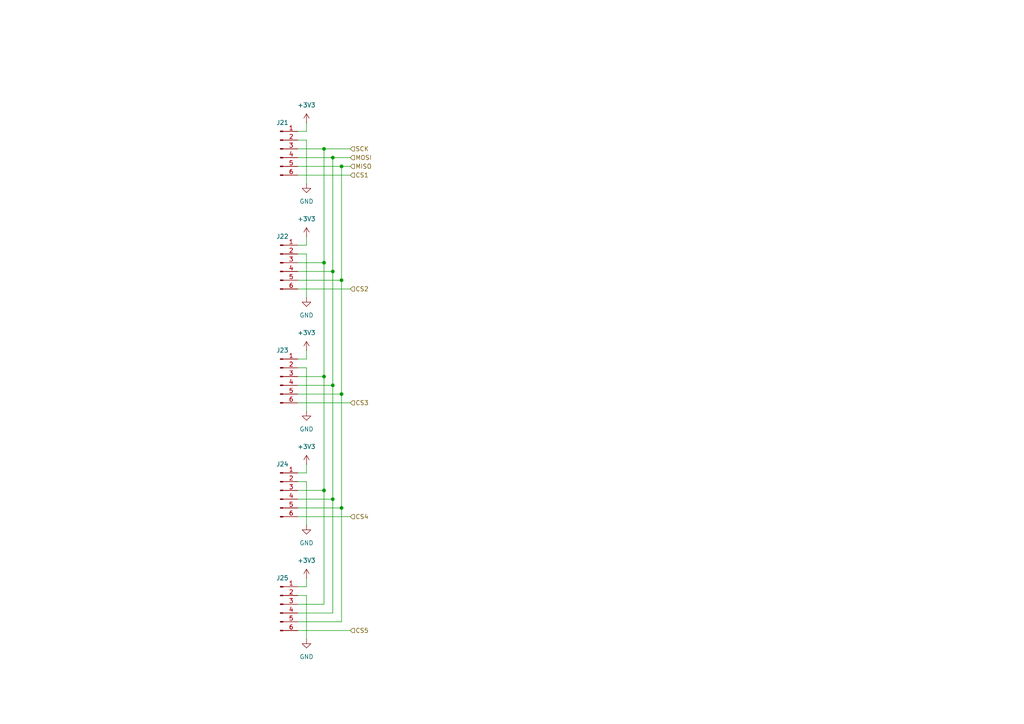
<source format=kicad_sch>
(kicad_sch (version 20231120) (generator "eeschema") (generator_version "8.0")
  (paper "A4")
  (lib_symbols
    (symbol "Connector:Conn_01x06_Pin" (pin_names (offset 1.016) hide)
      (property "Reference" "J" (at 0 7.62 0))
      (property "Value" "Conn_01x06_Pin" (at 0 -10.16 0))
      (symbol "Conn_01x06_Pin_1_1"
        (polyline (pts (xy 1.27 -7.62) (xy 0.8636 -7.62)) (stroke (width 0.1524)))
        (polyline (pts (xy 1.27 -5.08) (xy 0.8636 -5.08)) (stroke (width 0.1524)))
        (polyline (pts (xy 1.27 -2.54) (xy 0.8636 -2.54)) (stroke (width 0.1524)))
        (polyline (pts (xy 1.27 0) (xy 0.8636 0)) (stroke (width 0.1524)))
        (polyline (pts (xy 1.27 2.54) (xy 0.8636 2.54)) (stroke (width 0.1524)))
        (polyline (pts (xy 1.27 5.08) (xy 0.8636 5.08)) (stroke (width 0.1524)))
        (rectangle (start 0.8636 -7.493) (end 0 -7.747) (stroke (width 0.1524)) (fill (type outline)))
        (rectangle (start 0.8636 -4.953) (end 0 -5.207) (stroke (width 0.1524)) (fill (type outline)))
        (rectangle (start 0.8636 -2.413) (end 0 -2.667) (stroke (width 0.1524)) (fill (type outline)))
        (rectangle (start 0.8636 0.127) (end 0 -0.127) (stroke (width 0.1524)) (fill (type outline)))
        (rectangle (start 0.8636 2.667) (end 0 2.413) (stroke (width 0.1524)) (fill (type outline)))
        (rectangle (start 0.8636 5.207) (end 0 4.953) (stroke (width 0.1524)) (fill (type outline)))
        (pin passive line (at 5.08 5.08 180) (length 3.81) (name "Pin_1") (number "1"))
        (pin passive line (at 5.08 2.54 180) (length 3.81) (name "Pin_2") (number "2"))
        (pin passive line (at 5.08 0 180) (length 3.81) (name "Pin_3") (number "3"))
        (pin passive line (at 5.08 -2.54 180) (length 3.81) (name "Pin_4") (number "4"))
        (pin passive line (at 5.08 -5.08 180) (length 3.81) (name "Pin_5") (number "5"))
        (pin passive line (at 5.08 -7.62 180) (length 3.81) (name "Pin_6") (number "6"))
      )
    )
    (symbol "power:+3V3" (power) (pin_numbers hide) (pin_names (offset 0) hide)
      (property "Value" "+3V3" (at 0 3.556 0))
      (symbol "+3V3_0_1"
        (polyline (pts (xy -0.762 1.27) (xy 0 2.54)))
        (polyline (pts (xy 0 0) (xy 0 2.54)))
        (polyline (pts (xy 0 2.54) (xy 0.762 1.27)))
      )
      (symbol "+3V3_1_1"
        (pin power_in line (at 0 0 90) (length 0) (name "~") (number "1"))
      )
    )
    (symbol "power:GND" (power) (pin_numbers hide) (pin_names (offset 0) hide)
      (property "Value" "GND" (at 0 -3.81 0))
      (symbol "GND_0_1"
        (polyline (pts (xy 0 0) (xy 0 -1.27) (xy 1.27 -1.27) (xy 0 -2.54) (xy -1.27 -1.27) (xy 0 -1.27)))
      )
      (symbol "GND_1_1"
        (pin power_in line (at 0 0 270) (length 0) (name "~") (number "1"))
      )
    )
  )
  (junction (at 99.06 147.32))
  (junction (at 93.98 142.24))
  (junction (at 93.98 76.2))
  (junction (at 96.52 78.74))
  (junction (at 99.06 48.26))
  (junction (at 99.06 81.28))
  (junction (at 96.52 144.78))
  (junction (at 96.52 45.72))
  (junction (at 93.98 43.18))
  (junction (at 93.98 109.22))
  (junction (at 99.06 114.3))
  (junction (at 96.52 111.76))
  (wire (pts (xy 88.9 40.64) (xy 86.36 40.64)))
  (wire (pts (xy 86.36 45.72) (xy 96.52 45.72)))
  (wire (pts (xy 88.9 106.68) (xy 86.36 106.68)))
  (wire (pts (xy 86.36 81.28) (xy 99.06 81.28)))
  (wire (pts (xy 88.9 104.14) (xy 88.9 101.6)))
  (wire (pts (xy 99.06 81.28) (xy 99.06 114.3)))
  (wire (pts (xy 86.36 177.8) (xy 96.52 177.8)))
  (wire (pts (xy 86.36 71.12) (xy 88.9 71.12)))
  (wire (pts (xy 86.36 142.24) (xy 93.98 142.24)))
  (wire (pts (xy 86.36 170.18) (xy 88.9 170.18)))
  (wire (pts (xy 86.36 149.86) (xy 101.6 149.86)))
  (wire (pts (xy 86.36 180.34) (xy 99.06 180.34)))
  (wire (pts (xy 88.9 71.12) (xy 88.9 68.58)))
  (wire (pts (xy 86.36 114.3) (xy 99.06 114.3)))
  (wire (pts (xy 96.52 78.74) (xy 96.52 45.72)))
  (wire (pts (xy 93.98 142.24) (xy 93.98 175.26)))
  (wire (pts (xy 99.06 48.26) (xy 101.6 48.26)))
  (wire (pts (xy 88.9 38.1) (xy 88.9 35.56)))
  (wire (pts (xy 96.52 111.76) (xy 96.52 144.78)))
  (wire (pts (xy 88.9 152.4) (xy 88.9 139.7)))
  (wire (pts (xy 86.36 48.26) (xy 99.06 48.26)))
  (wire (pts (xy 88.9 86.36) (xy 88.9 73.66)))
  (wire (pts (xy 86.36 50.8) (xy 101.6 50.8)))
  (wire (pts (xy 86.36 147.32) (xy 99.06 147.32)))
  (wire (pts (xy 86.36 116.84) (xy 101.6 116.84)))
  (wire (pts (xy 88.9 185.42) (xy 88.9 172.72)))
  (wire (pts (xy 86.36 83.82) (xy 101.6 83.82)))
  (wire (pts (xy 86.36 182.88) (xy 101.6 182.88)))
  (wire (pts (xy 86.36 137.16) (xy 88.9 137.16)))
  (wire (pts (xy 88.9 53.34) (xy 88.9 40.64)))
  (wire (pts (xy 99.06 48.26) (xy 99.06 81.28)))
  (wire (pts (xy 88.9 172.72) (xy 86.36 172.72)))
  (wire (pts (xy 86.36 78.74) (xy 96.52 78.74)))
  (wire (pts (xy 99.06 114.3) (xy 99.06 147.32)))
  (wire (pts (xy 93.98 43.18) (xy 101.6 43.18)))
  (wire (pts (xy 93.98 43.18) (xy 93.98 76.2)))
  (wire (pts (xy 86.36 111.76) (xy 96.52 111.76)))
  (wire (pts (xy 86.36 38.1) (xy 88.9 38.1)))
  (wire (pts (xy 88.9 139.7) (xy 86.36 139.7)))
  (wire (pts (xy 96.52 111.76) (xy 96.52 78.74)))
  (wire (pts (xy 88.9 73.66) (xy 86.36 73.66)))
  (wire (pts (xy 86.36 104.14) (xy 88.9 104.14)))
  (wire (pts (xy 86.36 144.78) (xy 96.52 144.78)))
  (wire (pts (xy 88.9 170.18) (xy 88.9 167.64)))
  (wire (pts (xy 88.9 137.16) (xy 88.9 134.62)))
  (wire (pts (xy 96.52 144.78) (xy 96.52 177.8)))
  (wire (pts (xy 86.36 109.22) (xy 93.98 109.22)))
  (wire (pts (xy 86.36 43.18) (xy 93.98 43.18)))
  (wire (pts (xy 96.52 45.72) (xy 101.6 45.72)))
  (wire (pts (xy 86.36 76.2) (xy 93.98 76.2)))
  (wire (pts (xy 86.36 175.26) (xy 93.98 175.26)))
  (wire (pts (xy 93.98 76.2) (xy 93.98 109.22)))
  (wire (pts (xy 93.98 109.22) (xy 93.98 142.24)))
  (wire (pts (xy 99.06 147.32) (xy 99.06 180.34)))
  (wire (pts (xy 88.9 119.38) (xy 88.9 106.68)))
  (hierarchical_label "SCK" (shape input) (at 101.6 43.18 0))
  (hierarchical_label "CS4" (shape input) (at 101.6 149.86 0))
  (hierarchical_label "CS2" (shape input) (at 101.6 83.82 0))
  (hierarchical_label "MOSI" (shape input) (at 101.6 45.72 0))
  (hierarchical_label "CS5" (shape input) (at 101.6 182.88 0))
  (hierarchical_label "CS1" (shape input) (at 101.6 50.8 0))
  (hierarchical_label "MISO" (shape input) (at 101.6 48.26 0))
  (hierarchical_label "CS3" (shape input) (at 101.6 116.84 0))
  (symbol (lib_id "Connector:Conn_01x06_Pin") (at 81.28 175.26 0) (unit 1)
    (property "Reference" "J25" (at 81.915 167.64 0))
    (property "Value" "Conn_01x06_Pin" (effects (hide yes)))
    (property "Footprint" "TerminalBlock_Phoenix:TerminalBlock_Phoenix_MPT-0,5-6-2.54_1x06_P2.54mm_Horizontal" (effects (hide yes)))
    (property "Description" "Generic connector, single row, 01x06, script generated" (effects (hide yes)))
    (property "LCSC" "C5188446" (effects (hide yes)))
    (instances (project "spi-control" (path "" (reference "J25") (unit 1)) (path "" (reference "J30") (unit 1)) (path "" (reference "J20") (unit 1))))
  )
  (symbol (lib_id "power:GND") (at 88.9 86.36 0) (unit 1)
    (property "Reference" "#PWR052" (effects (hide yes)))
    (property "Value" "GND" (at 88.9 91.44 0))
    (property "Description" "Power symbol creates a global label with name \"GND\" , ground" (effects (hide yes)))
    (instances (project "spi-control" (path "" (reference "#PWR052") (unit 1)) (path "" (reference "#PWR062") (unit 1)) (path "" (reference "#PWR042") (unit 1))))
  )
  (symbol (lib_id "power:GND") (at 88.9 119.38 0) (unit 1)
    (property "Reference" "#PWR054" (effects (hide yes)))
    (property "Value" "GND" (at 88.9 124.46 0))
    (property "Description" "Power symbol creates a global label with name \"GND\" , ground" (effects (hide yes)))
    (instances (project "spi-control" (path "" (reference "#PWR054") (unit 1)) (path "" (reference "#PWR064") (unit 1)) (path "" (reference "#PWR044") (unit 1))))
  )
  (symbol (lib_id "Connector:Conn_01x06_Pin") (at 81.28 76.2 0) (unit 1)
    (property "Reference" "J22" (at 81.915 68.58 0))
    (property "Value" "Conn_01x06_Pin" (effects (hide yes)))
    (property "Footprint" "TerminalBlock_Phoenix:TerminalBlock_Phoenix_MPT-0,5-6-2.54_1x06_P2.54mm_Horizontal" (effects (hide yes)))
    (property "Description" "Generic connector, single row, 01x06, script generated" (effects (hide yes)))
    (property "LCSC" "C5188446" (effects (hide yes)))
    (instances (project "spi-control" (path "" (reference "J22") (unit 1)) (path "" (reference "J27") (unit 1)) (path "" (reference "J17") (unit 1))))
  )
  (symbol (lib_id "power:+3V3") (at 88.9 101.6 0) (unit 1)
    (property "Reference" "#PWR053" (effects (hide yes)))
    (property "Value" "+3V3" (at 88.9 96.52 0))
    (property "Description" "Power symbol creates a global label with name \"+3V3\"" (effects (hide yes)))
    (instances (project "spi-control" (path "" (reference "#PWR053") (unit 1)) (path "" (reference "#PWR063") (unit 1)) (path "" (reference "#PWR043") (unit 1))))
  )
  (symbol (lib_id "Connector:Conn_01x06_Pin") (at 81.28 43.18 0) (unit 1)
    (property "Reference" "J21" (at 81.915 35.56 0))
    (property "Value" "Conn_01x06_Pin" (effects (hide yes)))
    (property "Footprint" "TerminalBlock_Phoenix:TerminalBlock_Phoenix_MPT-0,5-6-2.54_1x06_P2.54mm_Horizontal" (effects (hide yes)))
    (property "Description" "Generic connector, single row, 01x06, script generated" (effects (hide yes)))
    (property "LCSC" "C5188446" (effects (hide yes)))
    (instances (project "spi-control" (path "" (reference "J21") (unit 1)) (path "" (reference "J26") (unit 1)) (path "" (reference "J16") (unit 1))))
  )
  (symbol (lib_id "power:+3V3") (at 88.9 68.58 0) (unit 1)
    (property "Reference" "#PWR051" (effects (hide yes)))
    (property "Value" "+3V3" (at 88.9 63.5 0))
    (property "Description" "Power symbol creates a global label with name \"+3V3\"" (effects (hide yes)))
    (instances (project "spi-control" (path "" (reference "#PWR051") (unit 1)) (path "" (reference "#PWR061") (unit 1)) (path "" (reference "#PWR041") (unit 1))))
  )
  (symbol (lib_id "power:+3V3") (at 88.9 35.56 0) (unit 1)
    (property "Reference" "#PWR049" (effects (hide yes)))
    (property "Value" "+3V3" (at 88.9 30.48 0))
    (property "Description" "Power symbol creates a global label with name \"+3V3\"" (effects (hide yes)))
    (instances (project "spi-control" (path "" (reference "#PWR049") (unit 1)) (path "" (reference "#PWR059") (unit 1)) (path "" (reference "#PWR039") (unit 1))))
  )
  (symbol (lib_id "Connector:Conn_01x06_Pin") (at 81.28 142.24 0) (unit 1)
    (property "Reference" "J24" (at 81.915 134.62 0))
    (property "Value" "Conn_01x06_Pin" (effects (hide yes)))
    (property "Footprint" "TerminalBlock_Phoenix:TerminalBlock_Phoenix_MPT-0,5-6-2.54_1x06_P2.54mm_Horizontal" (effects (hide yes)))
    (property "Description" "Generic connector, single row, 01x06, script generated" (effects (hide yes)))
    (property "LCSC" "C5188446" (effects (hide yes)))
    (instances (project "spi-control" (path "" (reference "J24") (unit 1)) (path "" (reference "J29") (unit 1)) (path "" (reference "J19") (unit 1))))
  )
  (symbol (lib_id "power:GND") (at 88.9 185.42 0) (unit 1)
    (property "Reference" "#PWR058" (effects (hide yes)))
    (property "Value" "GND" (at 88.9 190.5 0))
    (property "Description" "Power symbol creates a global label with name \"GND\" , ground" (effects (hide yes)))
    (instances (project "spi-control" (path "" (reference "#PWR058") (unit 1)) (path "" (reference "#PWR068") (unit 1)) (path "" (reference "#PWR048") (unit 1))))
  )
  (symbol (lib_id "power:+3V3") (at 88.9 167.64 0) (unit 1)
    (property "Reference" "#PWR057" (effects (hide yes)))
    (property "Value" "+3V3" (at 88.9 162.56 0))
    (property "Description" "Power symbol creates a global label with name \"+3V3\"" (effects (hide yes)))
    (instances (project "spi-control" (path "" (reference "#PWR057") (unit 1)) (path "" (reference "#PWR067") (unit 1)) (path "" (reference "#PWR047") (unit 1))))
  )
  (symbol (lib_id "power:GND") (at 88.9 152.4 0) (unit 1)
    (property "Reference" "#PWR056" (effects (hide yes)))
    (property "Value" "GND" (at 88.9 157.48 0))
    (property "Description" "Power symbol creates a global label with name \"GND\" , ground" (effects (hide yes)))
    (instances (project "spi-control" (path "" (reference "#PWR056") (unit 1)) (path "" (reference "#PWR066") (unit 1)) (path "" (reference "#PWR046") (unit 1))))
  )
  (symbol (lib_id "power:+3V3") (at 88.9 134.62 0) (unit 1)
    (property "Reference" "#PWR055" (effects (hide yes)))
    (property "Value" "+3V3" (at 88.9 129.54 0))
    (property "Description" "Power symbol creates a global label with name \"+3V3\"" (effects (hide yes)))
    (instances (project "spi-control" (path "" (reference "#PWR055") (unit 1)) (path "" (reference "#PWR065") (unit 1)) (path "" (reference "#PWR045") (unit 1))))
  )
  (symbol (lib_id "Connector:Conn_01x06_Pin") (at 81.28 109.22 0) (unit 1)
    (property "Reference" "J23" (at 81.915 101.6 0))
    (property "Value" "Conn_01x06_Pin" (effects (hide yes)))
    (property "Footprint" "TerminalBlock_Phoenix:TerminalBlock_Phoenix_MPT-0,5-6-2.54_1x06_P2.54mm_Horizontal" (effects (hide yes)))
    (property "Description" "Generic connector, single row, 01x06, script generated" (effects (hide yes)))
    (property "LCSC" "C5188446" (effects (hide yes)))
    (instances (project "spi-control" (path "" (reference "J23") (unit 1)) (path "" (reference "J28") (unit 1)) (path "" (reference "J18") (unit 1))))
  )
  (symbol (lib_id "power:GND") (at 88.9 53.34 0) (unit 1)
    (property "Reference" "#PWR050" (effects (hide yes)))
    (property "Value" "GND" (at 88.9 58.42 0))
    (property "Description" "Power symbol creates a global label with name \"GND\" , ground" (effects (hide yes)))
    (instances (project "spi-control" (path "" (reference "#PWR050") (unit 1)) (path "" (reference "#PWR060") (unit 1)) (path "" (reference "#PWR040") (unit 1))))
  )
)
</source>
